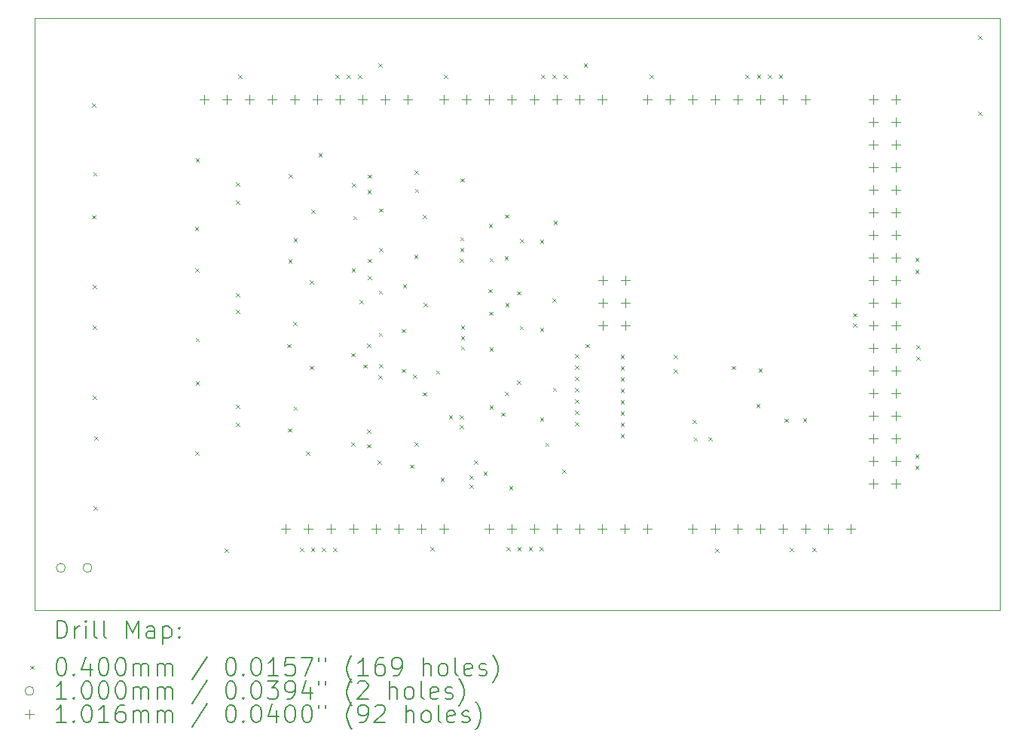
<source format=gbr>
%TF.GenerationSoftware,KiCad,Pcbnew,7.0.7*%
%TF.CreationDate,2024-02-25T13:03:45-05:00*%
%TF.ProjectId,Rover Voltage Sense,526f7665-7220-4566-9f6c-746167652053,rev?*%
%TF.SameCoordinates,Original*%
%TF.FileFunction,Drillmap*%
%TF.FilePolarity,Positive*%
%FSLAX45Y45*%
G04 Gerber Fmt 4.5, Leading zero omitted, Abs format (unit mm)*
G04 Created by KiCad (PCBNEW 7.0.7) date 2024-02-25 13:03:45*
%MOMM*%
%LPD*%
G01*
G04 APERTURE LIST*
%ADD10C,0.100000*%
%ADD11C,0.200000*%
%ADD12C,0.040000*%
%ADD13C,0.101600*%
G04 APERTURE END LIST*
D10*
X3276600Y-1879600D02*
X14122400Y-1879600D01*
X14122400Y-8534400D01*
X3276600Y-8534400D01*
X3276600Y-1879600D01*
D11*
D12*
X3927160Y-2840040D02*
X3967160Y-2880040D01*
X3967160Y-2840040D02*
X3927160Y-2880040D01*
X3927160Y-4097340D02*
X3967160Y-4137340D01*
X3967160Y-4097340D02*
X3927160Y-4137340D01*
X3932240Y-4877120D02*
X3972240Y-4917120D01*
X3972240Y-4877120D02*
X3932240Y-4917120D01*
X3932240Y-5334320D02*
X3972240Y-5374320D01*
X3972240Y-5334320D02*
X3932240Y-5374320D01*
X3934780Y-6124260D02*
X3974780Y-6164260D01*
X3974780Y-6124260D02*
X3934780Y-6164260D01*
X3937320Y-3614740D02*
X3977320Y-3654740D01*
X3977320Y-3614740D02*
X3937320Y-3654740D01*
X3942400Y-7371400D02*
X3982400Y-7411400D01*
X3982400Y-7371400D02*
X3942400Y-7411400D01*
X3947480Y-6584000D02*
X3987480Y-6624000D01*
X3987480Y-6584000D02*
X3947480Y-6624000D01*
X5080320Y-4229420D02*
X5120320Y-4269420D01*
X5120320Y-4229420D02*
X5080320Y-4269420D01*
X5082860Y-4694240D02*
X5122860Y-4734240D01*
X5122860Y-4694240D02*
X5082860Y-4734240D01*
X5085400Y-6751640D02*
X5125400Y-6791640D01*
X5125400Y-6751640D02*
X5085400Y-6791640D01*
X5087940Y-3454720D02*
X5127940Y-3494720D01*
X5127940Y-3454720D02*
X5087940Y-3494720D01*
X5087940Y-5476560D02*
X5127940Y-5516560D01*
X5127940Y-5476560D02*
X5087940Y-5516560D01*
X5087940Y-5964240D02*
X5127940Y-6004240D01*
X5127940Y-5964240D02*
X5087940Y-6004240D01*
X5415600Y-7841300D02*
X5455600Y-7881300D01*
X5455600Y-7841300D02*
X5415600Y-7881300D01*
X5542600Y-3726500D02*
X5582600Y-3766500D01*
X5582600Y-3726500D02*
X5542600Y-3766500D01*
X5542600Y-3929700D02*
X5582600Y-3969700D01*
X5582600Y-3929700D02*
X5542600Y-3969700D01*
X5542600Y-4971100D02*
X5582600Y-5011100D01*
X5582600Y-4971100D02*
X5542600Y-5011100D01*
X5542600Y-5161600D02*
X5582600Y-5201600D01*
X5582600Y-5161600D02*
X5542600Y-5201600D01*
X5542600Y-6228400D02*
X5582600Y-6268400D01*
X5582600Y-6228400D02*
X5542600Y-6268400D01*
X5542600Y-6431600D02*
X5582600Y-6471600D01*
X5582600Y-6431600D02*
X5542600Y-6471600D01*
X5568000Y-2520000D02*
X5608000Y-2560000D01*
X5608000Y-2520000D02*
X5568000Y-2560000D01*
X6120000Y-5545000D02*
X6160000Y-5585000D01*
X6160000Y-5545000D02*
X6120000Y-5585000D01*
X6127500Y-6492500D02*
X6167500Y-6532500D01*
X6167500Y-6492500D02*
X6127500Y-6532500D01*
X6130000Y-4592500D02*
X6170000Y-4632500D01*
X6170000Y-4592500D02*
X6130000Y-4632500D01*
X6137500Y-3637500D02*
X6177500Y-3677500D01*
X6177500Y-3637500D02*
X6137500Y-3677500D01*
X6187500Y-5295000D02*
X6227500Y-5335000D01*
X6227500Y-5295000D02*
X6187500Y-5335000D01*
X6190000Y-4352500D02*
X6230000Y-4392500D01*
X6230000Y-4352500D02*
X6190000Y-4392500D01*
X6190000Y-6247500D02*
X6230000Y-6287500D01*
X6230000Y-6247500D02*
X6190000Y-6287500D01*
X6260000Y-7832500D02*
X6300000Y-7872500D01*
X6300000Y-7832500D02*
X6260000Y-7872500D01*
X6330000Y-6750000D02*
X6370000Y-6790000D01*
X6370000Y-6750000D02*
X6330000Y-6790000D01*
X6370000Y-4830000D02*
X6410000Y-4870000D01*
X6410000Y-4830000D02*
X6370000Y-4870000D01*
X6370000Y-5790000D02*
X6410000Y-5830000D01*
X6410000Y-5790000D02*
X6370000Y-5830000D01*
X6383340Y-7835050D02*
X6423340Y-7875050D01*
X6423340Y-7835050D02*
X6383340Y-7875050D01*
X6390000Y-4030000D02*
X6430000Y-4070000D01*
X6430000Y-4030000D02*
X6390000Y-4070000D01*
X6470000Y-3397500D02*
X6510000Y-3437500D01*
X6510000Y-3397500D02*
X6470000Y-3437500D01*
X6507800Y-7833680D02*
X6547800Y-7873680D01*
X6547800Y-7833680D02*
X6507800Y-7873680D01*
X6634800Y-7836220D02*
X6674800Y-7876220D01*
X6674800Y-7836220D02*
X6634800Y-7876220D01*
X6660200Y-2518150D02*
X6700200Y-2558150D01*
X6700200Y-2518150D02*
X6660200Y-2558150D01*
X6787200Y-2520000D02*
X6827200Y-2560000D01*
X6827200Y-2520000D02*
X6787200Y-2560000D01*
X6838000Y-6650040D02*
X6878000Y-6690040D01*
X6878000Y-6650040D02*
X6838000Y-6690040D01*
X6839000Y-5646740D02*
X6879000Y-5686740D01*
X6879000Y-5646740D02*
X6839000Y-5686740D01*
X6842520Y-4694240D02*
X6882520Y-4734240D01*
X6882520Y-4694240D02*
X6842520Y-4734240D01*
X6846620Y-3739200D02*
X6886620Y-3779200D01*
X6886620Y-3739200D02*
X6846620Y-3779200D01*
X6857500Y-4105000D02*
X6897500Y-4145000D01*
X6897500Y-4105000D02*
X6857500Y-4145000D01*
X6914200Y-2518150D02*
X6954200Y-2558150D01*
X6954200Y-2518150D02*
X6914200Y-2558150D01*
X6930000Y-5050000D02*
X6970000Y-5090000D01*
X6970000Y-5050000D02*
X6930000Y-5090000D01*
X6971818Y-5771818D02*
X7011818Y-5811818D01*
X7011818Y-5771818D02*
X6971818Y-5811818D01*
X7015800Y-5542600D02*
X7055800Y-5582600D01*
X7055800Y-5542600D02*
X7015800Y-5582600D01*
X7015800Y-6507800D02*
X7055800Y-6547800D01*
X7055800Y-6507800D02*
X7015800Y-6547800D01*
X7017500Y-6670000D02*
X7057500Y-6710000D01*
X7057500Y-6670000D02*
X7017500Y-6710000D01*
X7020000Y-3810110D02*
X7060000Y-3850110D01*
X7060000Y-3810110D02*
X7020000Y-3850110D01*
X7022620Y-4587560D02*
X7062620Y-4627560D01*
X7062620Y-4587560D02*
X7022620Y-4627560D01*
X7025000Y-4777500D02*
X7065000Y-4817500D01*
X7065000Y-4777500D02*
X7025000Y-4817500D01*
X7025960Y-3640140D02*
X7065960Y-3680140D01*
X7065960Y-3640140D02*
X7025960Y-3680140D01*
X7135000Y-6852500D02*
X7175000Y-6892500D01*
X7175000Y-6852500D02*
X7135000Y-6892500D01*
X7140000Y-2392500D02*
X7180000Y-2432500D01*
X7180000Y-2392500D02*
X7140000Y-2432500D01*
X7142500Y-5895000D02*
X7182500Y-5935000D01*
X7182500Y-5895000D02*
X7142500Y-5935000D01*
X7147500Y-4942500D02*
X7187500Y-4982500D01*
X7187500Y-4942500D02*
X7147500Y-4982500D01*
X7147500Y-5417500D02*
X7187500Y-5457500D01*
X7187500Y-5417500D02*
X7147500Y-5457500D01*
X7150000Y-4020000D02*
X7190000Y-4060000D01*
X7190000Y-4020000D02*
X7150000Y-4060000D01*
X7150000Y-5767500D02*
X7190000Y-5807500D01*
X7190000Y-5767500D02*
X7150000Y-5807500D01*
X7152500Y-4462500D02*
X7192500Y-4502500D01*
X7192500Y-4462500D02*
X7152500Y-4502500D01*
X7401880Y-5824540D02*
X7441880Y-5864540D01*
X7441880Y-5824540D02*
X7401880Y-5864540D01*
X7402500Y-5375000D02*
X7442500Y-5415000D01*
X7442500Y-5375000D02*
X7402500Y-5415000D01*
X7417120Y-4869500D02*
X7457120Y-4909500D01*
X7457120Y-4869500D02*
X7417120Y-4909500D01*
X7500000Y-6900000D02*
X7540000Y-6940000D01*
X7540000Y-6900000D02*
X7500000Y-6940000D01*
X7530000Y-5887500D02*
X7570000Y-5927500D01*
X7570000Y-5887500D02*
X7530000Y-5927500D01*
X7545000Y-4540000D02*
X7585000Y-4580000D01*
X7585000Y-4540000D02*
X7545000Y-4580000D01*
X7547500Y-3590000D02*
X7587500Y-3630000D01*
X7587500Y-3590000D02*
X7547500Y-3630000D01*
X7549200Y-6647500D02*
X7589200Y-6687500D01*
X7589200Y-6647500D02*
X7549200Y-6687500D01*
X7551740Y-3800160D02*
X7591740Y-3840160D01*
X7591740Y-3800160D02*
X7551740Y-3840160D01*
X7640000Y-4090000D02*
X7680000Y-4130000D01*
X7680000Y-4090000D02*
X7640000Y-4130000D01*
X7640000Y-6085000D02*
X7680000Y-6125000D01*
X7680000Y-6085000D02*
X7640000Y-6125000D01*
X7650000Y-5080000D02*
X7690000Y-5120000D01*
X7690000Y-5080000D02*
X7650000Y-5120000D01*
X7727000Y-7828600D02*
X7767000Y-7868600D01*
X7767000Y-7828600D02*
X7727000Y-7868600D01*
X7790000Y-5840000D02*
X7830000Y-5880000D01*
X7830000Y-5840000D02*
X7790000Y-5880000D01*
X7840000Y-7050000D02*
X7880000Y-7090000D01*
X7880000Y-7050000D02*
X7840000Y-7090000D01*
X7879400Y-2520000D02*
X7919400Y-2560000D01*
X7919400Y-2520000D02*
X7879400Y-2560000D01*
X7935000Y-6345000D02*
X7975000Y-6385000D01*
X7975000Y-6345000D02*
X7935000Y-6385000D01*
X8057200Y-6342700D02*
X8097200Y-6382700D01*
X8097200Y-6342700D02*
X8057200Y-6382700D01*
X8057200Y-6457000D02*
X8097200Y-6497000D01*
X8097200Y-6457000D02*
X8057200Y-6497000D01*
X8057500Y-4585000D02*
X8097500Y-4625000D01*
X8097500Y-4585000D02*
X8057500Y-4625000D01*
X8059740Y-4341180D02*
X8099740Y-4381180D01*
X8099740Y-4341180D02*
X8059740Y-4381180D01*
X8059740Y-4465640D02*
X8099740Y-4505640D01*
X8099740Y-4465640D02*
X8059740Y-4505640D01*
X8062679Y-3682321D02*
X8102679Y-3722321D01*
X8102679Y-3682321D02*
X8062679Y-3722321D01*
X8069900Y-5339400D02*
X8109900Y-5379400D01*
X8109900Y-5339400D02*
X8069900Y-5379400D01*
X8069900Y-5453700D02*
X8109900Y-5493700D01*
X8109900Y-5453700D02*
X8069900Y-5493700D01*
X8070000Y-5570000D02*
X8110000Y-5610000D01*
X8110000Y-5570000D02*
X8070000Y-5610000D01*
X8163880Y-7023420D02*
X8203880Y-7063420D01*
X8203880Y-7023420D02*
X8163880Y-7063420D01*
X8163880Y-7123370D02*
X8203880Y-7163370D01*
X8203880Y-7123370D02*
X8163880Y-7163370D01*
X8220000Y-6855000D02*
X8260000Y-6895000D01*
X8260000Y-6855000D02*
X8220000Y-6895000D01*
X8323900Y-6977700D02*
X8363900Y-7017700D01*
X8363900Y-6977700D02*
X8323900Y-7017700D01*
X8377500Y-4925000D02*
X8417500Y-4965000D01*
X8417500Y-4925000D02*
X8377500Y-4965000D01*
X8383320Y-4191320D02*
X8423320Y-4231320D01*
X8423320Y-4191320D02*
X8383320Y-4231320D01*
X8388400Y-5179380D02*
X8428400Y-5219380D01*
X8428400Y-5179380D02*
X8388400Y-5219380D01*
X8389940Y-6236020D02*
X8429940Y-6276020D01*
X8429940Y-6236020D02*
X8389940Y-6276020D01*
X8390000Y-4580000D02*
X8430000Y-4620000D01*
X8430000Y-4580000D02*
X8390000Y-4620000D01*
X8390000Y-5580000D02*
X8430000Y-5620000D01*
X8430000Y-5580000D02*
X8390000Y-5620000D01*
X8525000Y-6315000D02*
X8565000Y-6355000D01*
X8565000Y-6315000D02*
X8525000Y-6355000D01*
X8560000Y-4560000D02*
X8600000Y-4600000D01*
X8600000Y-4560000D02*
X8560000Y-4600000D01*
X8563420Y-4087180D02*
X8603420Y-4127180D01*
X8603420Y-4087180D02*
X8563420Y-4127180D01*
X8565200Y-6081880D02*
X8605200Y-6121880D01*
X8605200Y-6081880D02*
X8565200Y-6121880D01*
X8568500Y-5080019D02*
X8608500Y-5120019D01*
X8608500Y-5080019D02*
X8568500Y-5120019D01*
X8580000Y-7827500D02*
X8620000Y-7867500D01*
X8620000Y-7827500D02*
X8580000Y-7867500D01*
X8610920Y-7137720D02*
X8650920Y-7177720D01*
X8650920Y-7137720D02*
X8610920Y-7177720D01*
X8697500Y-4952500D02*
X8737500Y-4992500D01*
X8737500Y-4952500D02*
X8697500Y-4992500D01*
X8700000Y-5957500D02*
X8740000Y-5997500D01*
X8740000Y-5957500D02*
X8700000Y-5997500D01*
X8704900Y-7828600D02*
X8744900Y-7868600D01*
X8744900Y-7828600D02*
X8704900Y-7868600D01*
X8730000Y-5340000D02*
X8770000Y-5380000D01*
X8770000Y-5340000D02*
X8730000Y-5380000D01*
X8735000Y-4362500D02*
X8775000Y-4402500D01*
X8775000Y-4362500D02*
X8735000Y-4402500D01*
X8831900Y-7828600D02*
X8871900Y-7868600D01*
X8871900Y-7828600D02*
X8831900Y-7868600D01*
X8953820Y-7828450D02*
X8993820Y-7868450D01*
X8993820Y-7828450D02*
X8953820Y-7868450D01*
X8958900Y-4374200D02*
X8998900Y-4414200D01*
X8998900Y-4374200D02*
X8958900Y-4414200D01*
X8958900Y-5364800D02*
X8998900Y-5404800D01*
X8998900Y-5364800D02*
X8958900Y-5404800D01*
X8958900Y-6368100D02*
X8998900Y-6408100D01*
X8998900Y-6368100D02*
X8958900Y-6408100D01*
X8971600Y-2520000D02*
X9011600Y-2560000D01*
X9011600Y-2520000D02*
X8971600Y-2560000D01*
X9017500Y-6652500D02*
X9057500Y-6692500D01*
X9057500Y-6652500D02*
X9017500Y-6692500D01*
X9095000Y-5032500D02*
X9135000Y-5072500D01*
X9135000Y-5032500D02*
X9095000Y-5072500D01*
X9098600Y-2520000D02*
X9138600Y-2560000D01*
X9138600Y-2520000D02*
X9098600Y-2560000D01*
X9102500Y-6035000D02*
X9142500Y-6075000D01*
X9142500Y-6035000D02*
X9102500Y-6075000D01*
X9110000Y-4157500D02*
X9150000Y-4197500D01*
X9150000Y-4157500D02*
X9110000Y-4197500D01*
X9210000Y-6955000D02*
X9250000Y-6995000D01*
X9250000Y-6955000D02*
X9210000Y-6995000D01*
X9223060Y-2520000D02*
X9263060Y-2560000D01*
X9263060Y-2520000D02*
X9223060Y-2560000D01*
X9352600Y-5656900D02*
X9392600Y-5696900D01*
X9392600Y-5656900D02*
X9352600Y-5696900D01*
X9352600Y-5783900D02*
X9392600Y-5823900D01*
X9392600Y-5783900D02*
X9352600Y-5823900D01*
X9352600Y-5910900D02*
X9392600Y-5950900D01*
X9392600Y-5910900D02*
X9352600Y-5950900D01*
X9352600Y-6037900D02*
X9392600Y-6077900D01*
X9392600Y-6037900D02*
X9352600Y-6077900D01*
X9352600Y-6164900D02*
X9392600Y-6204900D01*
X9392600Y-6164900D02*
X9352600Y-6204900D01*
X9352600Y-6291900D02*
X9392600Y-6331900D01*
X9392600Y-6291900D02*
X9352600Y-6331900D01*
X9352600Y-6418900D02*
X9392600Y-6458900D01*
X9392600Y-6418900D02*
X9352600Y-6458900D01*
X9450000Y-2392500D02*
X9490000Y-2432500D01*
X9490000Y-2392500D02*
X9450000Y-2432500D01*
X9469616Y-5543094D02*
X9509616Y-5583094D01*
X9509616Y-5543094D02*
X9469616Y-5583094D01*
X9863140Y-5664520D02*
X9903140Y-5704520D01*
X9903140Y-5664520D02*
X9863140Y-5704520D01*
X9863140Y-5791520D02*
X9903140Y-5831520D01*
X9903140Y-5791520D02*
X9863140Y-5831520D01*
X9863140Y-5918520D02*
X9903140Y-5958520D01*
X9903140Y-5918520D02*
X9863140Y-5958520D01*
X9863140Y-6048060D02*
X9903140Y-6088060D01*
X9903140Y-6048060D02*
X9863140Y-6088060D01*
X9863140Y-6175060D02*
X9903140Y-6215060D01*
X9903140Y-6175060D02*
X9863140Y-6215060D01*
X9863140Y-6299520D02*
X9903140Y-6339520D01*
X9903140Y-6299520D02*
X9863140Y-6339520D01*
X9863140Y-6429060D02*
X9903140Y-6469060D01*
X9903140Y-6429060D02*
X9863140Y-6469060D01*
X9863140Y-6556060D02*
X9903140Y-6596060D01*
X9903140Y-6556060D02*
X9863140Y-6596060D01*
X10190800Y-2520000D02*
X10230800Y-2560000D01*
X10230800Y-2520000D02*
X10190800Y-2560000D01*
X10460040Y-5664520D02*
X10500040Y-5704520D01*
X10500040Y-5664520D02*
X10460040Y-5704520D01*
X10460040Y-5829620D02*
X10500040Y-5869620D01*
X10500040Y-5829620D02*
X10460040Y-5869620D01*
X10675000Y-6392500D02*
X10715000Y-6432500D01*
X10715000Y-6392500D02*
X10675000Y-6432500D01*
X10685000Y-6595000D02*
X10725000Y-6635000D01*
X10725000Y-6595000D02*
X10685000Y-6635000D01*
X10849780Y-6589890D02*
X10889780Y-6629890D01*
X10889780Y-6589890D02*
X10849780Y-6629890D01*
X10927400Y-7841300D02*
X10967400Y-7881300D01*
X10967400Y-7841300D02*
X10927400Y-7881300D01*
X11115580Y-5790390D02*
X11155580Y-5830390D01*
X11155580Y-5790390D02*
X11115580Y-5830390D01*
X11267760Y-2517460D02*
X11307760Y-2557460D01*
X11307760Y-2517460D02*
X11267760Y-2557460D01*
X11388260Y-6219050D02*
X11428260Y-6259050D01*
X11428260Y-6219050D02*
X11388260Y-6259050D01*
X11397300Y-2520000D02*
X11437300Y-2560000D01*
X11437300Y-2520000D02*
X11397300Y-2560000D01*
X11413080Y-5820390D02*
X11453080Y-5860390D01*
X11453080Y-5820390D02*
X11413080Y-5860390D01*
X11519220Y-2517460D02*
X11559220Y-2557460D01*
X11559220Y-2517460D02*
X11519220Y-2557460D01*
X11642500Y-2520000D02*
X11682500Y-2560000D01*
X11682500Y-2520000D02*
X11642500Y-2560000D01*
X11705000Y-6382500D02*
X11745000Y-6422500D01*
X11745000Y-6382500D02*
X11705000Y-6422500D01*
X11767500Y-7832500D02*
X11807500Y-7872500D01*
X11807500Y-7832500D02*
X11767500Y-7872500D01*
X11913020Y-6379540D02*
X11953020Y-6419540D01*
X11953020Y-6379540D02*
X11913020Y-6419540D01*
X12019600Y-7836220D02*
X12059600Y-7876220D01*
X12059600Y-7836220D02*
X12019600Y-7876220D01*
X12474260Y-5197160D02*
X12514260Y-5237160D01*
X12514260Y-5197160D02*
X12474260Y-5237160D01*
X12476800Y-5311460D02*
X12516800Y-5351460D01*
X12516800Y-5311460D02*
X12476800Y-5351460D01*
X13175000Y-4707500D02*
X13215000Y-4747500D01*
X13215000Y-4707500D02*
X13175000Y-4747500D01*
X13175300Y-4577400D02*
X13215300Y-4617400D01*
X13215300Y-4577400D02*
X13175300Y-4617400D01*
X13175300Y-6787200D02*
X13215300Y-6827200D01*
X13215300Y-6787200D02*
X13175300Y-6827200D01*
X13175300Y-6914200D02*
X13215300Y-6954200D01*
X13215300Y-6914200D02*
X13175300Y-6954200D01*
X13187500Y-5685000D02*
X13227500Y-5725000D01*
X13227500Y-5685000D02*
X13187500Y-5725000D01*
X13188000Y-5555300D02*
X13228000Y-5595300D01*
X13228000Y-5555300D02*
X13188000Y-5595300D01*
X13880000Y-2080000D02*
X13920000Y-2120000D01*
X13920000Y-2080000D02*
X13880000Y-2120000D01*
X13880000Y-2930000D02*
X13920000Y-2970000D01*
X13920000Y-2930000D02*
X13880000Y-2970000D01*
D10*
X3624000Y-8060000D02*
G75*
G03*
X3624000Y-8060000I-50000J0D01*
G01*
X3924000Y-8060000D02*
G75*
G03*
X3924000Y-8060000I-50000J0D01*
G01*
D13*
X5181600Y-2743200D02*
X5181600Y-2844800D01*
X5130800Y-2794000D02*
X5232400Y-2794000D01*
X5435600Y-2743200D02*
X5435600Y-2844800D01*
X5384800Y-2794000D02*
X5486400Y-2794000D01*
X5689600Y-2743200D02*
X5689600Y-2844800D01*
X5638800Y-2794000D02*
X5740400Y-2794000D01*
X5943600Y-2743200D02*
X5943600Y-2844800D01*
X5892800Y-2794000D02*
X5994400Y-2794000D01*
X6096000Y-7569200D02*
X6096000Y-7670800D01*
X6045200Y-7620000D02*
X6146800Y-7620000D01*
X6197600Y-2743200D02*
X6197600Y-2844800D01*
X6146800Y-2794000D02*
X6248400Y-2794000D01*
X6350000Y-7569200D02*
X6350000Y-7670800D01*
X6299200Y-7620000D02*
X6400800Y-7620000D01*
X6451600Y-2743200D02*
X6451600Y-2844800D01*
X6400800Y-2794000D02*
X6502400Y-2794000D01*
X6604000Y-7569200D02*
X6604000Y-7670800D01*
X6553200Y-7620000D02*
X6654800Y-7620000D01*
X6705600Y-2743200D02*
X6705600Y-2844800D01*
X6654800Y-2794000D02*
X6756400Y-2794000D01*
X6858000Y-7569200D02*
X6858000Y-7670800D01*
X6807200Y-7620000D02*
X6908800Y-7620000D01*
X6959600Y-2743200D02*
X6959600Y-2844800D01*
X6908800Y-2794000D02*
X7010400Y-2794000D01*
X7112000Y-7569200D02*
X7112000Y-7670800D01*
X7061200Y-7620000D02*
X7162800Y-7620000D01*
X7213600Y-2743200D02*
X7213600Y-2844800D01*
X7162800Y-2794000D02*
X7264400Y-2794000D01*
X7366000Y-7569200D02*
X7366000Y-7670800D01*
X7315200Y-7620000D02*
X7416800Y-7620000D01*
X7467600Y-2743200D02*
X7467600Y-2844800D01*
X7416800Y-2794000D02*
X7518400Y-2794000D01*
X7620000Y-7569200D02*
X7620000Y-7670800D01*
X7569200Y-7620000D02*
X7670800Y-7620000D01*
X7874000Y-2743200D02*
X7874000Y-2844800D01*
X7823200Y-2794000D02*
X7924800Y-2794000D01*
X7874000Y-7569200D02*
X7874000Y-7670800D01*
X7823200Y-7620000D02*
X7924800Y-7620000D01*
X8128000Y-2743200D02*
X8128000Y-2844800D01*
X8077200Y-2794000D02*
X8178800Y-2794000D01*
X8382000Y-2743200D02*
X8382000Y-2844800D01*
X8331200Y-2794000D02*
X8432800Y-2794000D01*
X8382000Y-7569200D02*
X8382000Y-7670800D01*
X8331200Y-7620000D02*
X8432800Y-7620000D01*
X8636000Y-2743200D02*
X8636000Y-2844800D01*
X8585200Y-2794000D02*
X8686800Y-2794000D01*
X8636000Y-7569200D02*
X8636000Y-7670800D01*
X8585200Y-7620000D02*
X8686800Y-7620000D01*
X8890000Y-2743200D02*
X8890000Y-2844800D01*
X8839200Y-2794000D02*
X8940800Y-2794000D01*
X8890000Y-7569200D02*
X8890000Y-7670800D01*
X8839200Y-7620000D02*
X8940800Y-7620000D01*
X9144000Y-2743200D02*
X9144000Y-2844800D01*
X9093200Y-2794000D02*
X9194800Y-2794000D01*
X9144000Y-7569200D02*
X9144000Y-7670800D01*
X9093200Y-7620000D02*
X9194800Y-7620000D01*
X9398000Y-2743200D02*
X9398000Y-2844800D01*
X9347200Y-2794000D02*
X9448800Y-2794000D01*
X9398000Y-7569200D02*
X9398000Y-7670800D01*
X9347200Y-7620000D02*
X9448800Y-7620000D01*
X9652000Y-2743200D02*
X9652000Y-2844800D01*
X9601200Y-2794000D02*
X9702800Y-2794000D01*
X9652000Y-7569200D02*
X9652000Y-7670800D01*
X9601200Y-7620000D02*
X9702800Y-7620000D01*
X9664700Y-4775200D02*
X9664700Y-4876800D01*
X9613900Y-4826000D02*
X9715500Y-4826000D01*
X9664700Y-5029200D02*
X9664700Y-5130800D01*
X9613900Y-5080000D02*
X9715500Y-5080000D01*
X9664700Y-5283200D02*
X9664700Y-5384800D01*
X9613900Y-5334000D02*
X9715500Y-5334000D01*
X9906000Y-7569200D02*
X9906000Y-7670800D01*
X9855200Y-7620000D02*
X9956800Y-7620000D01*
X9918700Y-4775200D02*
X9918700Y-4876800D01*
X9867900Y-4826000D02*
X9969500Y-4826000D01*
X9918700Y-5029200D02*
X9918700Y-5130800D01*
X9867900Y-5080000D02*
X9969500Y-5080000D01*
X9918700Y-5283200D02*
X9918700Y-5384800D01*
X9867900Y-5334000D02*
X9969500Y-5334000D01*
X10160000Y-2743200D02*
X10160000Y-2844800D01*
X10109200Y-2794000D02*
X10210800Y-2794000D01*
X10160000Y-7569200D02*
X10160000Y-7670800D01*
X10109200Y-7620000D02*
X10210800Y-7620000D01*
X10414000Y-2743200D02*
X10414000Y-2844800D01*
X10363200Y-2794000D02*
X10464800Y-2794000D01*
X10668000Y-2743200D02*
X10668000Y-2844800D01*
X10617200Y-2794000D02*
X10718800Y-2794000D01*
X10668000Y-7569200D02*
X10668000Y-7670800D01*
X10617200Y-7620000D02*
X10718800Y-7620000D01*
X10922000Y-2743200D02*
X10922000Y-2844800D01*
X10871200Y-2794000D02*
X10972800Y-2794000D01*
X10922000Y-7569200D02*
X10922000Y-7670800D01*
X10871200Y-7620000D02*
X10972800Y-7620000D01*
X11176000Y-2743200D02*
X11176000Y-2844800D01*
X11125200Y-2794000D02*
X11226800Y-2794000D01*
X11176000Y-7569200D02*
X11176000Y-7670800D01*
X11125200Y-7620000D02*
X11226800Y-7620000D01*
X11430000Y-2743200D02*
X11430000Y-2844800D01*
X11379200Y-2794000D02*
X11480800Y-2794000D01*
X11430000Y-7569200D02*
X11430000Y-7670800D01*
X11379200Y-7620000D02*
X11480800Y-7620000D01*
X11684000Y-2743200D02*
X11684000Y-2844800D01*
X11633200Y-2794000D02*
X11734800Y-2794000D01*
X11684000Y-7569200D02*
X11684000Y-7670800D01*
X11633200Y-7620000D02*
X11734800Y-7620000D01*
X11938000Y-2743200D02*
X11938000Y-2844800D01*
X11887200Y-2794000D02*
X11988800Y-2794000D01*
X11938000Y-7569200D02*
X11938000Y-7670800D01*
X11887200Y-7620000D02*
X11988800Y-7620000D01*
X12192000Y-7569200D02*
X12192000Y-7670800D01*
X12141200Y-7620000D02*
X12242800Y-7620000D01*
X12446000Y-7569200D02*
X12446000Y-7670800D01*
X12395200Y-7620000D02*
X12496800Y-7620000D01*
X12700000Y-2743200D02*
X12700000Y-2844800D01*
X12649200Y-2794000D02*
X12750800Y-2794000D01*
X12700000Y-2997200D02*
X12700000Y-3098800D01*
X12649200Y-3048000D02*
X12750800Y-3048000D01*
X12700000Y-3251200D02*
X12700000Y-3352800D01*
X12649200Y-3302000D02*
X12750800Y-3302000D01*
X12700000Y-3505200D02*
X12700000Y-3606800D01*
X12649200Y-3556000D02*
X12750800Y-3556000D01*
X12700000Y-3759200D02*
X12700000Y-3860800D01*
X12649200Y-3810000D02*
X12750800Y-3810000D01*
X12700000Y-4013200D02*
X12700000Y-4114800D01*
X12649200Y-4064000D02*
X12750800Y-4064000D01*
X12700000Y-4267200D02*
X12700000Y-4368800D01*
X12649200Y-4318000D02*
X12750800Y-4318000D01*
X12700000Y-4521200D02*
X12700000Y-4622800D01*
X12649200Y-4572000D02*
X12750800Y-4572000D01*
X12700000Y-4775200D02*
X12700000Y-4876800D01*
X12649200Y-4826000D02*
X12750800Y-4826000D01*
X12700000Y-5029200D02*
X12700000Y-5130800D01*
X12649200Y-5080000D02*
X12750800Y-5080000D01*
X12700000Y-5283200D02*
X12700000Y-5384800D01*
X12649200Y-5334000D02*
X12750800Y-5334000D01*
X12700000Y-5537200D02*
X12700000Y-5638800D01*
X12649200Y-5588000D02*
X12750800Y-5588000D01*
X12700000Y-5791200D02*
X12700000Y-5892800D01*
X12649200Y-5842000D02*
X12750800Y-5842000D01*
X12700000Y-6045200D02*
X12700000Y-6146800D01*
X12649200Y-6096000D02*
X12750800Y-6096000D01*
X12700000Y-6299200D02*
X12700000Y-6400800D01*
X12649200Y-6350000D02*
X12750800Y-6350000D01*
X12700000Y-6553200D02*
X12700000Y-6654800D01*
X12649200Y-6604000D02*
X12750800Y-6604000D01*
X12700000Y-6807200D02*
X12700000Y-6908800D01*
X12649200Y-6858000D02*
X12750800Y-6858000D01*
X12700000Y-7061200D02*
X12700000Y-7162800D01*
X12649200Y-7112000D02*
X12750800Y-7112000D01*
X12954000Y-2743200D02*
X12954000Y-2844800D01*
X12903200Y-2794000D02*
X13004800Y-2794000D01*
X12954000Y-2997200D02*
X12954000Y-3098800D01*
X12903200Y-3048000D02*
X13004800Y-3048000D01*
X12954000Y-3251200D02*
X12954000Y-3352800D01*
X12903200Y-3302000D02*
X13004800Y-3302000D01*
X12954000Y-3505200D02*
X12954000Y-3606800D01*
X12903200Y-3556000D02*
X13004800Y-3556000D01*
X12954000Y-3759200D02*
X12954000Y-3860800D01*
X12903200Y-3810000D02*
X13004800Y-3810000D01*
X12954000Y-4013200D02*
X12954000Y-4114800D01*
X12903200Y-4064000D02*
X13004800Y-4064000D01*
X12954000Y-4267200D02*
X12954000Y-4368800D01*
X12903200Y-4318000D02*
X13004800Y-4318000D01*
X12954000Y-4521200D02*
X12954000Y-4622800D01*
X12903200Y-4572000D02*
X13004800Y-4572000D01*
X12954000Y-4775200D02*
X12954000Y-4876800D01*
X12903200Y-4826000D02*
X13004800Y-4826000D01*
X12954000Y-5029200D02*
X12954000Y-5130800D01*
X12903200Y-5080000D02*
X13004800Y-5080000D01*
X12954000Y-5283200D02*
X12954000Y-5384800D01*
X12903200Y-5334000D02*
X13004800Y-5334000D01*
X12954000Y-5537200D02*
X12954000Y-5638800D01*
X12903200Y-5588000D02*
X13004800Y-5588000D01*
X12954000Y-5791200D02*
X12954000Y-5892800D01*
X12903200Y-5842000D02*
X13004800Y-5842000D01*
X12954000Y-6045200D02*
X12954000Y-6146800D01*
X12903200Y-6096000D02*
X13004800Y-6096000D01*
X12954000Y-6299200D02*
X12954000Y-6400800D01*
X12903200Y-6350000D02*
X13004800Y-6350000D01*
X12954000Y-6553200D02*
X12954000Y-6654800D01*
X12903200Y-6604000D02*
X13004800Y-6604000D01*
X12954000Y-6807200D02*
X12954000Y-6908800D01*
X12903200Y-6858000D02*
X13004800Y-6858000D01*
X12954000Y-7061200D02*
X12954000Y-7162800D01*
X12903200Y-7112000D02*
X13004800Y-7112000D01*
D11*
X3532377Y-8850884D02*
X3532377Y-8650884D01*
X3532377Y-8650884D02*
X3579996Y-8650884D01*
X3579996Y-8650884D02*
X3608567Y-8660408D01*
X3608567Y-8660408D02*
X3627615Y-8679455D01*
X3627615Y-8679455D02*
X3637139Y-8698503D01*
X3637139Y-8698503D02*
X3646662Y-8736598D01*
X3646662Y-8736598D02*
X3646662Y-8765170D01*
X3646662Y-8765170D02*
X3637139Y-8803265D01*
X3637139Y-8803265D02*
X3627615Y-8822312D01*
X3627615Y-8822312D02*
X3608567Y-8841360D01*
X3608567Y-8841360D02*
X3579996Y-8850884D01*
X3579996Y-8850884D02*
X3532377Y-8850884D01*
X3732377Y-8850884D02*
X3732377Y-8717550D01*
X3732377Y-8755646D02*
X3741901Y-8736598D01*
X3741901Y-8736598D02*
X3751424Y-8727074D01*
X3751424Y-8727074D02*
X3770472Y-8717550D01*
X3770472Y-8717550D02*
X3789520Y-8717550D01*
X3856186Y-8850884D02*
X3856186Y-8717550D01*
X3856186Y-8650884D02*
X3846662Y-8660408D01*
X3846662Y-8660408D02*
X3856186Y-8669931D01*
X3856186Y-8669931D02*
X3865710Y-8660408D01*
X3865710Y-8660408D02*
X3856186Y-8650884D01*
X3856186Y-8650884D02*
X3856186Y-8669931D01*
X3979996Y-8850884D02*
X3960948Y-8841360D01*
X3960948Y-8841360D02*
X3951424Y-8822312D01*
X3951424Y-8822312D02*
X3951424Y-8650884D01*
X4084758Y-8850884D02*
X4065710Y-8841360D01*
X4065710Y-8841360D02*
X4056186Y-8822312D01*
X4056186Y-8822312D02*
X4056186Y-8650884D01*
X4313329Y-8850884D02*
X4313329Y-8650884D01*
X4313329Y-8650884D02*
X4379996Y-8793741D01*
X4379996Y-8793741D02*
X4446663Y-8650884D01*
X4446663Y-8650884D02*
X4446663Y-8850884D01*
X4627615Y-8850884D02*
X4627615Y-8746122D01*
X4627615Y-8746122D02*
X4618091Y-8727074D01*
X4618091Y-8727074D02*
X4599044Y-8717550D01*
X4599044Y-8717550D02*
X4560948Y-8717550D01*
X4560948Y-8717550D02*
X4541901Y-8727074D01*
X4627615Y-8841360D02*
X4608567Y-8850884D01*
X4608567Y-8850884D02*
X4560948Y-8850884D01*
X4560948Y-8850884D02*
X4541901Y-8841360D01*
X4541901Y-8841360D02*
X4532377Y-8822312D01*
X4532377Y-8822312D02*
X4532377Y-8803265D01*
X4532377Y-8803265D02*
X4541901Y-8784217D01*
X4541901Y-8784217D02*
X4560948Y-8774693D01*
X4560948Y-8774693D02*
X4608567Y-8774693D01*
X4608567Y-8774693D02*
X4627615Y-8765170D01*
X4722853Y-8717550D02*
X4722853Y-8917550D01*
X4722853Y-8727074D02*
X4741901Y-8717550D01*
X4741901Y-8717550D02*
X4779996Y-8717550D01*
X4779996Y-8717550D02*
X4799044Y-8727074D01*
X4799044Y-8727074D02*
X4808567Y-8736598D01*
X4808567Y-8736598D02*
X4818091Y-8755646D01*
X4818091Y-8755646D02*
X4818091Y-8812789D01*
X4818091Y-8812789D02*
X4808567Y-8831836D01*
X4808567Y-8831836D02*
X4799044Y-8841360D01*
X4799044Y-8841360D02*
X4779996Y-8850884D01*
X4779996Y-8850884D02*
X4741901Y-8850884D01*
X4741901Y-8850884D02*
X4722853Y-8841360D01*
X4903805Y-8831836D02*
X4913329Y-8841360D01*
X4913329Y-8841360D02*
X4903805Y-8850884D01*
X4903805Y-8850884D02*
X4894282Y-8841360D01*
X4894282Y-8841360D02*
X4903805Y-8831836D01*
X4903805Y-8831836D02*
X4903805Y-8850884D01*
X4903805Y-8727074D02*
X4913329Y-8736598D01*
X4913329Y-8736598D02*
X4903805Y-8746122D01*
X4903805Y-8746122D02*
X4894282Y-8736598D01*
X4894282Y-8736598D02*
X4903805Y-8727074D01*
X4903805Y-8727074D02*
X4903805Y-8746122D01*
D12*
X3231600Y-9159400D02*
X3271600Y-9199400D01*
X3271600Y-9159400D02*
X3231600Y-9199400D01*
D11*
X3570472Y-9070884D02*
X3589520Y-9070884D01*
X3589520Y-9070884D02*
X3608567Y-9080408D01*
X3608567Y-9080408D02*
X3618091Y-9089931D01*
X3618091Y-9089931D02*
X3627615Y-9108979D01*
X3627615Y-9108979D02*
X3637139Y-9147074D01*
X3637139Y-9147074D02*
X3637139Y-9194693D01*
X3637139Y-9194693D02*
X3627615Y-9232789D01*
X3627615Y-9232789D02*
X3618091Y-9251836D01*
X3618091Y-9251836D02*
X3608567Y-9261360D01*
X3608567Y-9261360D02*
X3589520Y-9270884D01*
X3589520Y-9270884D02*
X3570472Y-9270884D01*
X3570472Y-9270884D02*
X3551424Y-9261360D01*
X3551424Y-9261360D02*
X3541901Y-9251836D01*
X3541901Y-9251836D02*
X3532377Y-9232789D01*
X3532377Y-9232789D02*
X3522853Y-9194693D01*
X3522853Y-9194693D02*
X3522853Y-9147074D01*
X3522853Y-9147074D02*
X3532377Y-9108979D01*
X3532377Y-9108979D02*
X3541901Y-9089931D01*
X3541901Y-9089931D02*
X3551424Y-9080408D01*
X3551424Y-9080408D02*
X3570472Y-9070884D01*
X3722853Y-9251836D02*
X3732377Y-9261360D01*
X3732377Y-9261360D02*
X3722853Y-9270884D01*
X3722853Y-9270884D02*
X3713329Y-9261360D01*
X3713329Y-9261360D02*
X3722853Y-9251836D01*
X3722853Y-9251836D02*
X3722853Y-9270884D01*
X3903805Y-9137550D02*
X3903805Y-9270884D01*
X3856186Y-9061360D02*
X3808567Y-9204217D01*
X3808567Y-9204217D02*
X3932377Y-9204217D01*
X4046662Y-9070884D02*
X4065710Y-9070884D01*
X4065710Y-9070884D02*
X4084758Y-9080408D01*
X4084758Y-9080408D02*
X4094282Y-9089931D01*
X4094282Y-9089931D02*
X4103805Y-9108979D01*
X4103805Y-9108979D02*
X4113329Y-9147074D01*
X4113329Y-9147074D02*
X4113329Y-9194693D01*
X4113329Y-9194693D02*
X4103805Y-9232789D01*
X4103805Y-9232789D02*
X4094282Y-9251836D01*
X4094282Y-9251836D02*
X4084758Y-9261360D01*
X4084758Y-9261360D02*
X4065710Y-9270884D01*
X4065710Y-9270884D02*
X4046662Y-9270884D01*
X4046662Y-9270884D02*
X4027615Y-9261360D01*
X4027615Y-9261360D02*
X4018091Y-9251836D01*
X4018091Y-9251836D02*
X4008567Y-9232789D01*
X4008567Y-9232789D02*
X3999043Y-9194693D01*
X3999043Y-9194693D02*
X3999043Y-9147074D01*
X3999043Y-9147074D02*
X4008567Y-9108979D01*
X4008567Y-9108979D02*
X4018091Y-9089931D01*
X4018091Y-9089931D02*
X4027615Y-9080408D01*
X4027615Y-9080408D02*
X4046662Y-9070884D01*
X4237139Y-9070884D02*
X4256186Y-9070884D01*
X4256186Y-9070884D02*
X4275234Y-9080408D01*
X4275234Y-9080408D02*
X4284758Y-9089931D01*
X4284758Y-9089931D02*
X4294282Y-9108979D01*
X4294282Y-9108979D02*
X4303805Y-9147074D01*
X4303805Y-9147074D02*
X4303805Y-9194693D01*
X4303805Y-9194693D02*
X4294282Y-9232789D01*
X4294282Y-9232789D02*
X4284758Y-9251836D01*
X4284758Y-9251836D02*
X4275234Y-9261360D01*
X4275234Y-9261360D02*
X4256186Y-9270884D01*
X4256186Y-9270884D02*
X4237139Y-9270884D01*
X4237139Y-9270884D02*
X4218091Y-9261360D01*
X4218091Y-9261360D02*
X4208567Y-9251836D01*
X4208567Y-9251836D02*
X4199044Y-9232789D01*
X4199044Y-9232789D02*
X4189520Y-9194693D01*
X4189520Y-9194693D02*
X4189520Y-9147074D01*
X4189520Y-9147074D02*
X4199044Y-9108979D01*
X4199044Y-9108979D02*
X4208567Y-9089931D01*
X4208567Y-9089931D02*
X4218091Y-9080408D01*
X4218091Y-9080408D02*
X4237139Y-9070884D01*
X4389520Y-9270884D02*
X4389520Y-9137550D01*
X4389520Y-9156598D02*
X4399044Y-9147074D01*
X4399044Y-9147074D02*
X4418091Y-9137550D01*
X4418091Y-9137550D02*
X4446663Y-9137550D01*
X4446663Y-9137550D02*
X4465710Y-9147074D01*
X4465710Y-9147074D02*
X4475234Y-9166122D01*
X4475234Y-9166122D02*
X4475234Y-9270884D01*
X4475234Y-9166122D02*
X4484758Y-9147074D01*
X4484758Y-9147074D02*
X4503805Y-9137550D01*
X4503805Y-9137550D02*
X4532377Y-9137550D01*
X4532377Y-9137550D02*
X4551425Y-9147074D01*
X4551425Y-9147074D02*
X4560948Y-9166122D01*
X4560948Y-9166122D02*
X4560948Y-9270884D01*
X4656186Y-9270884D02*
X4656186Y-9137550D01*
X4656186Y-9156598D02*
X4665710Y-9147074D01*
X4665710Y-9147074D02*
X4684758Y-9137550D01*
X4684758Y-9137550D02*
X4713329Y-9137550D01*
X4713329Y-9137550D02*
X4732377Y-9147074D01*
X4732377Y-9147074D02*
X4741901Y-9166122D01*
X4741901Y-9166122D02*
X4741901Y-9270884D01*
X4741901Y-9166122D02*
X4751425Y-9147074D01*
X4751425Y-9147074D02*
X4770472Y-9137550D01*
X4770472Y-9137550D02*
X4799044Y-9137550D01*
X4799044Y-9137550D02*
X4818091Y-9147074D01*
X4818091Y-9147074D02*
X4827615Y-9166122D01*
X4827615Y-9166122D02*
X4827615Y-9270884D01*
X5218091Y-9061360D02*
X5046663Y-9318503D01*
X5475234Y-9070884D02*
X5494282Y-9070884D01*
X5494282Y-9070884D02*
X5513329Y-9080408D01*
X5513329Y-9080408D02*
X5522853Y-9089931D01*
X5522853Y-9089931D02*
X5532377Y-9108979D01*
X5532377Y-9108979D02*
X5541901Y-9147074D01*
X5541901Y-9147074D02*
X5541901Y-9194693D01*
X5541901Y-9194693D02*
X5532377Y-9232789D01*
X5532377Y-9232789D02*
X5522853Y-9251836D01*
X5522853Y-9251836D02*
X5513329Y-9261360D01*
X5513329Y-9261360D02*
X5494282Y-9270884D01*
X5494282Y-9270884D02*
X5475234Y-9270884D01*
X5475234Y-9270884D02*
X5456187Y-9261360D01*
X5456187Y-9261360D02*
X5446663Y-9251836D01*
X5446663Y-9251836D02*
X5437139Y-9232789D01*
X5437139Y-9232789D02*
X5427615Y-9194693D01*
X5427615Y-9194693D02*
X5427615Y-9147074D01*
X5427615Y-9147074D02*
X5437139Y-9108979D01*
X5437139Y-9108979D02*
X5446663Y-9089931D01*
X5446663Y-9089931D02*
X5456187Y-9080408D01*
X5456187Y-9080408D02*
X5475234Y-9070884D01*
X5627615Y-9251836D02*
X5637139Y-9261360D01*
X5637139Y-9261360D02*
X5627615Y-9270884D01*
X5627615Y-9270884D02*
X5618091Y-9261360D01*
X5618091Y-9261360D02*
X5627615Y-9251836D01*
X5627615Y-9251836D02*
X5627615Y-9270884D01*
X5760948Y-9070884D02*
X5779996Y-9070884D01*
X5779996Y-9070884D02*
X5799044Y-9080408D01*
X5799044Y-9080408D02*
X5808567Y-9089931D01*
X5808567Y-9089931D02*
X5818091Y-9108979D01*
X5818091Y-9108979D02*
X5827615Y-9147074D01*
X5827615Y-9147074D02*
X5827615Y-9194693D01*
X5827615Y-9194693D02*
X5818091Y-9232789D01*
X5818091Y-9232789D02*
X5808567Y-9251836D01*
X5808567Y-9251836D02*
X5799044Y-9261360D01*
X5799044Y-9261360D02*
X5779996Y-9270884D01*
X5779996Y-9270884D02*
X5760948Y-9270884D01*
X5760948Y-9270884D02*
X5741901Y-9261360D01*
X5741901Y-9261360D02*
X5732377Y-9251836D01*
X5732377Y-9251836D02*
X5722853Y-9232789D01*
X5722853Y-9232789D02*
X5713329Y-9194693D01*
X5713329Y-9194693D02*
X5713329Y-9147074D01*
X5713329Y-9147074D02*
X5722853Y-9108979D01*
X5722853Y-9108979D02*
X5732377Y-9089931D01*
X5732377Y-9089931D02*
X5741901Y-9080408D01*
X5741901Y-9080408D02*
X5760948Y-9070884D01*
X6018091Y-9270884D02*
X5903806Y-9270884D01*
X5960948Y-9270884D02*
X5960948Y-9070884D01*
X5960948Y-9070884D02*
X5941901Y-9099455D01*
X5941901Y-9099455D02*
X5922853Y-9118503D01*
X5922853Y-9118503D02*
X5903806Y-9128027D01*
X6199044Y-9070884D02*
X6103806Y-9070884D01*
X6103806Y-9070884D02*
X6094282Y-9166122D01*
X6094282Y-9166122D02*
X6103806Y-9156598D01*
X6103806Y-9156598D02*
X6122853Y-9147074D01*
X6122853Y-9147074D02*
X6170472Y-9147074D01*
X6170472Y-9147074D02*
X6189520Y-9156598D01*
X6189520Y-9156598D02*
X6199044Y-9166122D01*
X6199044Y-9166122D02*
X6208567Y-9185170D01*
X6208567Y-9185170D02*
X6208567Y-9232789D01*
X6208567Y-9232789D02*
X6199044Y-9251836D01*
X6199044Y-9251836D02*
X6189520Y-9261360D01*
X6189520Y-9261360D02*
X6170472Y-9270884D01*
X6170472Y-9270884D02*
X6122853Y-9270884D01*
X6122853Y-9270884D02*
X6103806Y-9261360D01*
X6103806Y-9261360D02*
X6094282Y-9251836D01*
X6275234Y-9070884D02*
X6408567Y-9070884D01*
X6408567Y-9070884D02*
X6322853Y-9270884D01*
X6475234Y-9070884D02*
X6475234Y-9108979D01*
X6551425Y-9070884D02*
X6551425Y-9108979D01*
X6846663Y-9347074D02*
X6837139Y-9337550D01*
X6837139Y-9337550D02*
X6818091Y-9308979D01*
X6818091Y-9308979D02*
X6808568Y-9289931D01*
X6808568Y-9289931D02*
X6799044Y-9261360D01*
X6799044Y-9261360D02*
X6789520Y-9213741D01*
X6789520Y-9213741D02*
X6789520Y-9175646D01*
X6789520Y-9175646D02*
X6799044Y-9128027D01*
X6799044Y-9128027D02*
X6808568Y-9099455D01*
X6808568Y-9099455D02*
X6818091Y-9080408D01*
X6818091Y-9080408D02*
X6837139Y-9051836D01*
X6837139Y-9051836D02*
X6846663Y-9042312D01*
X7027615Y-9270884D02*
X6913329Y-9270884D01*
X6970472Y-9270884D02*
X6970472Y-9070884D01*
X6970472Y-9070884D02*
X6951425Y-9099455D01*
X6951425Y-9099455D02*
X6932377Y-9118503D01*
X6932377Y-9118503D02*
X6913329Y-9128027D01*
X7199044Y-9070884D02*
X7160948Y-9070884D01*
X7160948Y-9070884D02*
X7141901Y-9080408D01*
X7141901Y-9080408D02*
X7132377Y-9089931D01*
X7132377Y-9089931D02*
X7113329Y-9118503D01*
X7113329Y-9118503D02*
X7103806Y-9156598D01*
X7103806Y-9156598D02*
X7103806Y-9232789D01*
X7103806Y-9232789D02*
X7113329Y-9251836D01*
X7113329Y-9251836D02*
X7122853Y-9261360D01*
X7122853Y-9261360D02*
X7141901Y-9270884D01*
X7141901Y-9270884D02*
X7179996Y-9270884D01*
X7179996Y-9270884D02*
X7199044Y-9261360D01*
X7199044Y-9261360D02*
X7208568Y-9251836D01*
X7208568Y-9251836D02*
X7218091Y-9232789D01*
X7218091Y-9232789D02*
X7218091Y-9185170D01*
X7218091Y-9185170D02*
X7208568Y-9166122D01*
X7208568Y-9166122D02*
X7199044Y-9156598D01*
X7199044Y-9156598D02*
X7179996Y-9147074D01*
X7179996Y-9147074D02*
X7141901Y-9147074D01*
X7141901Y-9147074D02*
X7122853Y-9156598D01*
X7122853Y-9156598D02*
X7113329Y-9166122D01*
X7113329Y-9166122D02*
X7103806Y-9185170D01*
X7313329Y-9270884D02*
X7351425Y-9270884D01*
X7351425Y-9270884D02*
X7370472Y-9261360D01*
X7370472Y-9261360D02*
X7379996Y-9251836D01*
X7379996Y-9251836D02*
X7399044Y-9223265D01*
X7399044Y-9223265D02*
X7408568Y-9185170D01*
X7408568Y-9185170D02*
X7408568Y-9108979D01*
X7408568Y-9108979D02*
X7399044Y-9089931D01*
X7399044Y-9089931D02*
X7389520Y-9080408D01*
X7389520Y-9080408D02*
X7370472Y-9070884D01*
X7370472Y-9070884D02*
X7332377Y-9070884D01*
X7332377Y-9070884D02*
X7313329Y-9080408D01*
X7313329Y-9080408D02*
X7303806Y-9089931D01*
X7303806Y-9089931D02*
X7294282Y-9108979D01*
X7294282Y-9108979D02*
X7294282Y-9156598D01*
X7294282Y-9156598D02*
X7303806Y-9175646D01*
X7303806Y-9175646D02*
X7313329Y-9185170D01*
X7313329Y-9185170D02*
X7332377Y-9194693D01*
X7332377Y-9194693D02*
X7370472Y-9194693D01*
X7370472Y-9194693D02*
X7389520Y-9185170D01*
X7389520Y-9185170D02*
X7399044Y-9175646D01*
X7399044Y-9175646D02*
X7408568Y-9156598D01*
X7646663Y-9270884D02*
X7646663Y-9070884D01*
X7732377Y-9270884D02*
X7732377Y-9166122D01*
X7732377Y-9166122D02*
X7722853Y-9147074D01*
X7722853Y-9147074D02*
X7703806Y-9137550D01*
X7703806Y-9137550D02*
X7675234Y-9137550D01*
X7675234Y-9137550D02*
X7656187Y-9147074D01*
X7656187Y-9147074D02*
X7646663Y-9156598D01*
X7856187Y-9270884D02*
X7837139Y-9261360D01*
X7837139Y-9261360D02*
X7827615Y-9251836D01*
X7827615Y-9251836D02*
X7818091Y-9232789D01*
X7818091Y-9232789D02*
X7818091Y-9175646D01*
X7818091Y-9175646D02*
X7827615Y-9156598D01*
X7827615Y-9156598D02*
X7837139Y-9147074D01*
X7837139Y-9147074D02*
X7856187Y-9137550D01*
X7856187Y-9137550D02*
X7884758Y-9137550D01*
X7884758Y-9137550D02*
X7903806Y-9147074D01*
X7903806Y-9147074D02*
X7913330Y-9156598D01*
X7913330Y-9156598D02*
X7922853Y-9175646D01*
X7922853Y-9175646D02*
X7922853Y-9232789D01*
X7922853Y-9232789D02*
X7913330Y-9251836D01*
X7913330Y-9251836D02*
X7903806Y-9261360D01*
X7903806Y-9261360D02*
X7884758Y-9270884D01*
X7884758Y-9270884D02*
X7856187Y-9270884D01*
X8037139Y-9270884D02*
X8018091Y-9261360D01*
X8018091Y-9261360D02*
X8008568Y-9242312D01*
X8008568Y-9242312D02*
X8008568Y-9070884D01*
X8189520Y-9261360D02*
X8170472Y-9270884D01*
X8170472Y-9270884D02*
X8132377Y-9270884D01*
X8132377Y-9270884D02*
X8113330Y-9261360D01*
X8113330Y-9261360D02*
X8103806Y-9242312D01*
X8103806Y-9242312D02*
X8103806Y-9166122D01*
X8103806Y-9166122D02*
X8113330Y-9147074D01*
X8113330Y-9147074D02*
X8132377Y-9137550D01*
X8132377Y-9137550D02*
X8170472Y-9137550D01*
X8170472Y-9137550D02*
X8189520Y-9147074D01*
X8189520Y-9147074D02*
X8199044Y-9166122D01*
X8199044Y-9166122D02*
X8199044Y-9185170D01*
X8199044Y-9185170D02*
X8103806Y-9204217D01*
X8275234Y-9261360D02*
X8294282Y-9270884D01*
X8294282Y-9270884D02*
X8332377Y-9270884D01*
X8332377Y-9270884D02*
X8351425Y-9261360D01*
X8351425Y-9261360D02*
X8360949Y-9242312D01*
X8360949Y-9242312D02*
X8360949Y-9232789D01*
X8360949Y-9232789D02*
X8351425Y-9213741D01*
X8351425Y-9213741D02*
X8332377Y-9204217D01*
X8332377Y-9204217D02*
X8303806Y-9204217D01*
X8303806Y-9204217D02*
X8284758Y-9194693D01*
X8284758Y-9194693D02*
X8275234Y-9175646D01*
X8275234Y-9175646D02*
X8275234Y-9166122D01*
X8275234Y-9166122D02*
X8284758Y-9147074D01*
X8284758Y-9147074D02*
X8303806Y-9137550D01*
X8303806Y-9137550D02*
X8332377Y-9137550D01*
X8332377Y-9137550D02*
X8351425Y-9147074D01*
X8427615Y-9347074D02*
X8437139Y-9337550D01*
X8437139Y-9337550D02*
X8456187Y-9308979D01*
X8456187Y-9308979D02*
X8465711Y-9289931D01*
X8465711Y-9289931D02*
X8475234Y-9261360D01*
X8475234Y-9261360D02*
X8484758Y-9213741D01*
X8484758Y-9213741D02*
X8484758Y-9175646D01*
X8484758Y-9175646D02*
X8475234Y-9128027D01*
X8475234Y-9128027D02*
X8465711Y-9099455D01*
X8465711Y-9099455D02*
X8456187Y-9080408D01*
X8456187Y-9080408D02*
X8437139Y-9051836D01*
X8437139Y-9051836D02*
X8427615Y-9042312D01*
D10*
X3271600Y-9443400D02*
G75*
G03*
X3271600Y-9443400I-50000J0D01*
G01*
D11*
X3637139Y-9534884D02*
X3522853Y-9534884D01*
X3579996Y-9534884D02*
X3579996Y-9334884D01*
X3579996Y-9334884D02*
X3560948Y-9363455D01*
X3560948Y-9363455D02*
X3541901Y-9382503D01*
X3541901Y-9382503D02*
X3522853Y-9392027D01*
X3722853Y-9515836D02*
X3732377Y-9525360D01*
X3732377Y-9525360D02*
X3722853Y-9534884D01*
X3722853Y-9534884D02*
X3713329Y-9525360D01*
X3713329Y-9525360D02*
X3722853Y-9515836D01*
X3722853Y-9515836D02*
X3722853Y-9534884D01*
X3856186Y-9334884D02*
X3875234Y-9334884D01*
X3875234Y-9334884D02*
X3894282Y-9344408D01*
X3894282Y-9344408D02*
X3903805Y-9353931D01*
X3903805Y-9353931D02*
X3913329Y-9372979D01*
X3913329Y-9372979D02*
X3922853Y-9411074D01*
X3922853Y-9411074D02*
X3922853Y-9458693D01*
X3922853Y-9458693D02*
X3913329Y-9496789D01*
X3913329Y-9496789D02*
X3903805Y-9515836D01*
X3903805Y-9515836D02*
X3894282Y-9525360D01*
X3894282Y-9525360D02*
X3875234Y-9534884D01*
X3875234Y-9534884D02*
X3856186Y-9534884D01*
X3856186Y-9534884D02*
X3837139Y-9525360D01*
X3837139Y-9525360D02*
X3827615Y-9515836D01*
X3827615Y-9515836D02*
X3818091Y-9496789D01*
X3818091Y-9496789D02*
X3808567Y-9458693D01*
X3808567Y-9458693D02*
X3808567Y-9411074D01*
X3808567Y-9411074D02*
X3818091Y-9372979D01*
X3818091Y-9372979D02*
X3827615Y-9353931D01*
X3827615Y-9353931D02*
X3837139Y-9344408D01*
X3837139Y-9344408D02*
X3856186Y-9334884D01*
X4046662Y-9334884D02*
X4065710Y-9334884D01*
X4065710Y-9334884D02*
X4084758Y-9344408D01*
X4084758Y-9344408D02*
X4094282Y-9353931D01*
X4094282Y-9353931D02*
X4103805Y-9372979D01*
X4103805Y-9372979D02*
X4113329Y-9411074D01*
X4113329Y-9411074D02*
X4113329Y-9458693D01*
X4113329Y-9458693D02*
X4103805Y-9496789D01*
X4103805Y-9496789D02*
X4094282Y-9515836D01*
X4094282Y-9515836D02*
X4084758Y-9525360D01*
X4084758Y-9525360D02*
X4065710Y-9534884D01*
X4065710Y-9534884D02*
X4046662Y-9534884D01*
X4046662Y-9534884D02*
X4027615Y-9525360D01*
X4027615Y-9525360D02*
X4018091Y-9515836D01*
X4018091Y-9515836D02*
X4008567Y-9496789D01*
X4008567Y-9496789D02*
X3999043Y-9458693D01*
X3999043Y-9458693D02*
X3999043Y-9411074D01*
X3999043Y-9411074D02*
X4008567Y-9372979D01*
X4008567Y-9372979D02*
X4018091Y-9353931D01*
X4018091Y-9353931D02*
X4027615Y-9344408D01*
X4027615Y-9344408D02*
X4046662Y-9334884D01*
X4237139Y-9334884D02*
X4256186Y-9334884D01*
X4256186Y-9334884D02*
X4275234Y-9344408D01*
X4275234Y-9344408D02*
X4284758Y-9353931D01*
X4284758Y-9353931D02*
X4294282Y-9372979D01*
X4294282Y-9372979D02*
X4303805Y-9411074D01*
X4303805Y-9411074D02*
X4303805Y-9458693D01*
X4303805Y-9458693D02*
X4294282Y-9496789D01*
X4294282Y-9496789D02*
X4284758Y-9515836D01*
X4284758Y-9515836D02*
X4275234Y-9525360D01*
X4275234Y-9525360D02*
X4256186Y-9534884D01*
X4256186Y-9534884D02*
X4237139Y-9534884D01*
X4237139Y-9534884D02*
X4218091Y-9525360D01*
X4218091Y-9525360D02*
X4208567Y-9515836D01*
X4208567Y-9515836D02*
X4199044Y-9496789D01*
X4199044Y-9496789D02*
X4189520Y-9458693D01*
X4189520Y-9458693D02*
X4189520Y-9411074D01*
X4189520Y-9411074D02*
X4199044Y-9372979D01*
X4199044Y-9372979D02*
X4208567Y-9353931D01*
X4208567Y-9353931D02*
X4218091Y-9344408D01*
X4218091Y-9344408D02*
X4237139Y-9334884D01*
X4389520Y-9534884D02*
X4389520Y-9401550D01*
X4389520Y-9420598D02*
X4399044Y-9411074D01*
X4399044Y-9411074D02*
X4418091Y-9401550D01*
X4418091Y-9401550D02*
X4446663Y-9401550D01*
X4446663Y-9401550D02*
X4465710Y-9411074D01*
X4465710Y-9411074D02*
X4475234Y-9430122D01*
X4475234Y-9430122D02*
X4475234Y-9534884D01*
X4475234Y-9430122D02*
X4484758Y-9411074D01*
X4484758Y-9411074D02*
X4503805Y-9401550D01*
X4503805Y-9401550D02*
X4532377Y-9401550D01*
X4532377Y-9401550D02*
X4551425Y-9411074D01*
X4551425Y-9411074D02*
X4560948Y-9430122D01*
X4560948Y-9430122D02*
X4560948Y-9534884D01*
X4656186Y-9534884D02*
X4656186Y-9401550D01*
X4656186Y-9420598D02*
X4665710Y-9411074D01*
X4665710Y-9411074D02*
X4684758Y-9401550D01*
X4684758Y-9401550D02*
X4713329Y-9401550D01*
X4713329Y-9401550D02*
X4732377Y-9411074D01*
X4732377Y-9411074D02*
X4741901Y-9430122D01*
X4741901Y-9430122D02*
X4741901Y-9534884D01*
X4741901Y-9430122D02*
X4751425Y-9411074D01*
X4751425Y-9411074D02*
X4770472Y-9401550D01*
X4770472Y-9401550D02*
X4799044Y-9401550D01*
X4799044Y-9401550D02*
X4818091Y-9411074D01*
X4818091Y-9411074D02*
X4827615Y-9430122D01*
X4827615Y-9430122D02*
X4827615Y-9534884D01*
X5218091Y-9325360D02*
X5046663Y-9582503D01*
X5475234Y-9334884D02*
X5494282Y-9334884D01*
X5494282Y-9334884D02*
X5513329Y-9344408D01*
X5513329Y-9344408D02*
X5522853Y-9353931D01*
X5522853Y-9353931D02*
X5532377Y-9372979D01*
X5532377Y-9372979D02*
X5541901Y-9411074D01*
X5541901Y-9411074D02*
X5541901Y-9458693D01*
X5541901Y-9458693D02*
X5532377Y-9496789D01*
X5532377Y-9496789D02*
X5522853Y-9515836D01*
X5522853Y-9515836D02*
X5513329Y-9525360D01*
X5513329Y-9525360D02*
X5494282Y-9534884D01*
X5494282Y-9534884D02*
X5475234Y-9534884D01*
X5475234Y-9534884D02*
X5456187Y-9525360D01*
X5456187Y-9525360D02*
X5446663Y-9515836D01*
X5446663Y-9515836D02*
X5437139Y-9496789D01*
X5437139Y-9496789D02*
X5427615Y-9458693D01*
X5427615Y-9458693D02*
X5427615Y-9411074D01*
X5427615Y-9411074D02*
X5437139Y-9372979D01*
X5437139Y-9372979D02*
X5446663Y-9353931D01*
X5446663Y-9353931D02*
X5456187Y-9344408D01*
X5456187Y-9344408D02*
X5475234Y-9334884D01*
X5627615Y-9515836D02*
X5637139Y-9525360D01*
X5637139Y-9525360D02*
X5627615Y-9534884D01*
X5627615Y-9534884D02*
X5618091Y-9525360D01*
X5618091Y-9525360D02*
X5627615Y-9515836D01*
X5627615Y-9515836D02*
X5627615Y-9534884D01*
X5760948Y-9334884D02*
X5779996Y-9334884D01*
X5779996Y-9334884D02*
X5799044Y-9344408D01*
X5799044Y-9344408D02*
X5808567Y-9353931D01*
X5808567Y-9353931D02*
X5818091Y-9372979D01*
X5818091Y-9372979D02*
X5827615Y-9411074D01*
X5827615Y-9411074D02*
X5827615Y-9458693D01*
X5827615Y-9458693D02*
X5818091Y-9496789D01*
X5818091Y-9496789D02*
X5808567Y-9515836D01*
X5808567Y-9515836D02*
X5799044Y-9525360D01*
X5799044Y-9525360D02*
X5779996Y-9534884D01*
X5779996Y-9534884D02*
X5760948Y-9534884D01*
X5760948Y-9534884D02*
X5741901Y-9525360D01*
X5741901Y-9525360D02*
X5732377Y-9515836D01*
X5732377Y-9515836D02*
X5722853Y-9496789D01*
X5722853Y-9496789D02*
X5713329Y-9458693D01*
X5713329Y-9458693D02*
X5713329Y-9411074D01*
X5713329Y-9411074D02*
X5722853Y-9372979D01*
X5722853Y-9372979D02*
X5732377Y-9353931D01*
X5732377Y-9353931D02*
X5741901Y-9344408D01*
X5741901Y-9344408D02*
X5760948Y-9334884D01*
X5894282Y-9334884D02*
X6018091Y-9334884D01*
X6018091Y-9334884D02*
X5951425Y-9411074D01*
X5951425Y-9411074D02*
X5979996Y-9411074D01*
X5979996Y-9411074D02*
X5999044Y-9420598D01*
X5999044Y-9420598D02*
X6008567Y-9430122D01*
X6008567Y-9430122D02*
X6018091Y-9449170D01*
X6018091Y-9449170D02*
X6018091Y-9496789D01*
X6018091Y-9496789D02*
X6008567Y-9515836D01*
X6008567Y-9515836D02*
X5999044Y-9525360D01*
X5999044Y-9525360D02*
X5979996Y-9534884D01*
X5979996Y-9534884D02*
X5922853Y-9534884D01*
X5922853Y-9534884D02*
X5903806Y-9525360D01*
X5903806Y-9525360D02*
X5894282Y-9515836D01*
X6113329Y-9534884D02*
X6151425Y-9534884D01*
X6151425Y-9534884D02*
X6170472Y-9525360D01*
X6170472Y-9525360D02*
X6179996Y-9515836D01*
X6179996Y-9515836D02*
X6199044Y-9487265D01*
X6199044Y-9487265D02*
X6208567Y-9449170D01*
X6208567Y-9449170D02*
X6208567Y-9372979D01*
X6208567Y-9372979D02*
X6199044Y-9353931D01*
X6199044Y-9353931D02*
X6189520Y-9344408D01*
X6189520Y-9344408D02*
X6170472Y-9334884D01*
X6170472Y-9334884D02*
X6132377Y-9334884D01*
X6132377Y-9334884D02*
X6113329Y-9344408D01*
X6113329Y-9344408D02*
X6103806Y-9353931D01*
X6103806Y-9353931D02*
X6094282Y-9372979D01*
X6094282Y-9372979D02*
X6094282Y-9420598D01*
X6094282Y-9420598D02*
X6103806Y-9439646D01*
X6103806Y-9439646D02*
X6113329Y-9449170D01*
X6113329Y-9449170D02*
X6132377Y-9458693D01*
X6132377Y-9458693D02*
X6170472Y-9458693D01*
X6170472Y-9458693D02*
X6189520Y-9449170D01*
X6189520Y-9449170D02*
X6199044Y-9439646D01*
X6199044Y-9439646D02*
X6208567Y-9420598D01*
X6379996Y-9401550D02*
X6379996Y-9534884D01*
X6332377Y-9325360D02*
X6284758Y-9468217D01*
X6284758Y-9468217D02*
X6408567Y-9468217D01*
X6475234Y-9334884D02*
X6475234Y-9372979D01*
X6551425Y-9334884D02*
X6551425Y-9372979D01*
X6846663Y-9611074D02*
X6837139Y-9601550D01*
X6837139Y-9601550D02*
X6818091Y-9572979D01*
X6818091Y-9572979D02*
X6808568Y-9553931D01*
X6808568Y-9553931D02*
X6799044Y-9525360D01*
X6799044Y-9525360D02*
X6789520Y-9477741D01*
X6789520Y-9477741D02*
X6789520Y-9439646D01*
X6789520Y-9439646D02*
X6799044Y-9392027D01*
X6799044Y-9392027D02*
X6808568Y-9363455D01*
X6808568Y-9363455D02*
X6818091Y-9344408D01*
X6818091Y-9344408D02*
X6837139Y-9315836D01*
X6837139Y-9315836D02*
X6846663Y-9306312D01*
X6913329Y-9353931D02*
X6922853Y-9344408D01*
X6922853Y-9344408D02*
X6941901Y-9334884D01*
X6941901Y-9334884D02*
X6989520Y-9334884D01*
X6989520Y-9334884D02*
X7008568Y-9344408D01*
X7008568Y-9344408D02*
X7018091Y-9353931D01*
X7018091Y-9353931D02*
X7027615Y-9372979D01*
X7027615Y-9372979D02*
X7027615Y-9392027D01*
X7027615Y-9392027D02*
X7018091Y-9420598D01*
X7018091Y-9420598D02*
X6903806Y-9534884D01*
X6903806Y-9534884D02*
X7027615Y-9534884D01*
X7265710Y-9534884D02*
X7265710Y-9334884D01*
X7351425Y-9534884D02*
X7351425Y-9430122D01*
X7351425Y-9430122D02*
X7341901Y-9411074D01*
X7341901Y-9411074D02*
X7322853Y-9401550D01*
X7322853Y-9401550D02*
X7294282Y-9401550D01*
X7294282Y-9401550D02*
X7275234Y-9411074D01*
X7275234Y-9411074D02*
X7265710Y-9420598D01*
X7475234Y-9534884D02*
X7456187Y-9525360D01*
X7456187Y-9525360D02*
X7446663Y-9515836D01*
X7446663Y-9515836D02*
X7437139Y-9496789D01*
X7437139Y-9496789D02*
X7437139Y-9439646D01*
X7437139Y-9439646D02*
X7446663Y-9420598D01*
X7446663Y-9420598D02*
X7456187Y-9411074D01*
X7456187Y-9411074D02*
X7475234Y-9401550D01*
X7475234Y-9401550D02*
X7503806Y-9401550D01*
X7503806Y-9401550D02*
X7522853Y-9411074D01*
X7522853Y-9411074D02*
X7532377Y-9420598D01*
X7532377Y-9420598D02*
X7541901Y-9439646D01*
X7541901Y-9439646D02*
X7541901Y-9496789D01*
X7541901Y-9496789D02*
X7532377Y-9515836D01*
X7532377Y-9515836D02*
X7522853Y-9525360D01*
X7522853Y-9525360D02*
X7503806Y-9534884D01*
X7503806Y-9534884D02*
X7475234Y-9534884D01*
X7656187Y-9534884D02*
X7637139Y-9525360D01*
X7637139Y-9525360D02*
X7627615Y-9506312D01*
X7627615Y-9506312D02*
X7627615Y-9334884D01*
X7808568Y-9525360D02*
X7789520Y-9534884D01*
X7789520Y-9534884D02*
X7751425Y-9534884D01*
X7751425Y-9534884D02*
X7732377Y-9525360D01*
X7732377Y-9525360D02*
X7722853Y-9506312D01*
X7722853Y-9506312D02*
X7722853Y-9430122D01*
X7722853Y-9430122D02*
X7732377Y-9411074D01*
X7732377Y-9411074D02*
X7751425Y-9401550D01*
X7751425Y-9401550D02*
X7789520Y-9401550D01*
X7789520Y-9401550D02*
X7808568Y-9411074D01*
X7808568Y-9411074D02*
X7818091Y-9430122D01*
X7818091Y-9430122D02*
X7818091Y-9449170D01*
X7818091Y-9449170D02*
X7722853Y-9468217D01*
X7894282Y-9525360D02*
X7913330Y-9534884D01*
X7913330Y-9534884D02*
X7951425Y-9534884D01*
X7951425Y-9534884D02*
X7970472Y-9525360D01*
X7970472Y-9525360D02*
X7979996Y-9506312D01*
X7979996Y-9506312D02*
X7979996Y-9496789D01*
X7979996Y-9496789D02*
X7970472Y-9477741D01*
X7970472Y-9477741D02*
X7951425Y-9468217D01*
X7951425Y-9468217D02*
X7922853Y-9468217D01*
X7922853Y-9468217D02*
X7903806Y-9458693D01*
X7903806Y-9458693D02*
X7894282Y-9439646D01*
X7894282Y-9439646D02*
X7894282Y-9430122D01*
X7894282Y-9430122D02*
X7903806Y-9411074D01*
X7903806Y-9411074D02*
X7922853Y-9401550D01*
X7922853Y-9401550D02*
X7951425Y-9401550D01*
X7951425Y-9401550D02*
X7970472Y-9411074D01*
X8046663Y-9611074D02*
X8056187Y-9601550D01*
X8056187Y-9601550D02*
X8075234Y-9572979D01*
X8075234Y-9572979D02*
X8084758Y-9553931D01*
X8084758Y-9553931D02*
X8094282Y-9525360D01*
X8094282Y-9525360D02*
X8103806Y-9477741D01*
X8103806Y-9477741D02*
X8103806Y-9439646D01*
X8103806Y-9439646D02*
X8094282Y-9392027D01*
X8094282Y-9392027D02*
X8084758Y-9363455D01*
X8084758Y-9363455D02*
X8075234Y-9344408D01*
X8075234Y-9344408D02*
X8056187Y-9315836D01*
X8056187Y-9315836D02*
X8046663Y-9306312D01*
D13*
X3220800Y-9656600D02*
X3220800Y-9758200D01*
X3170000Y-9707400D02*
X3271600Y-9707400D01*
D11*
X3637139Y-9798884D02*
X3522853Y-9798884D01*
X3579996Y-9798884D02*
X3579996Y-9598884D01*
X3579996Y-9598884D02*
X3560948Y-9627455D01*
X3560948Y-9627455D02*
X3541901Y-9646503D01*
X3541901Y-9646503D02*
X3522853Y-9656027D01*
X3722853Y-9779836D02*
X3732377Y-9789360D01*
X3732377Y-9789360D02*
X3722853Y-9798884D01*
X3722853Y-9798884D02*
X3713329Y-9789360D01*
X3713329Y-9789360D02*
X3722853Y-9779836D01*
X3722853Y-9779836D02*
X3722853Y-9798884D01*
X3856186Y-9598884D02*
X3875234Y-9598884D01*
X3875234Y-9598884D02*
X3894282Y-9608408D01*
X3894282Y-9608408D02*
X3903805Y-9617931D01*
X3903805Y-9617931D02*
X3913329Y-9636979D01*
X3913329Y-9636979D02*
X3922853Y-9675074D01*
X3922853Y-9675074D02*
X3922853Y-9722693D01*
X3922853Y-9722693D02*
X3913329Y-9760789D01*
X3913329Y-9760789D02*
X3903805Y-9779836D01*
X3903805Y-9779836D02*
X3894282Y-9789360D01*
X3894282Y-9789360D02*
X3875234Y-9798884D01*
X3875234Y-9798884D02*
X3856186Y-9798884D01*
X3856186Y-9798884D02*
X3837139Y-9789360D01*
X3837139Y-9789360D02*
X3827615Y-9779836D01*
X3827615Y-9779836D02*
X3818091Y-9760789D01*
X3818091Y-9760789D02*
X3808567Y-9722693D01*
X3808567Y-9722693D02*
X3808567Y-9675074D01*
X3808567Y-9675074D02*
X3818091Y-9636979D01*
X3818091Y-9636979D02*
X3827615Y-9617931D01*
X3827615Y-9617931D02*
X3837139Y-9608408D01*
X3837139Y-9608408D02*
X3856186Y-9598884D01*
X4113329Y-9798884D02*
X3999043Y-9798884D01*
X4056186Y-9798884D02*
X4056186Y-9598884D01*
X4056186Y-9598884D02*
X4037139Y-9627455D01*
X4037139Y-9627455D02*
X4018091Y-9646503D01*
X4018091Y-9646503D02*
X3999043Y-9656027D01*
X4284758Y-9598884D02*
X4246663Y-9598884D01*
X4246663Y-9598884D02*
X4227615Y-9608408D01*
X4227615Y-9608408D02*
X4218091Y-9617931D01*
X4218091Y-9617931D02*
X4199044Y-9646503D01*
X4199044Y-9646503D02*
X4189520Y-9684598D01*
X4189520Y-9684598D02*
X4189520Y-9760789D01*
X4189520Y-9760789D02*
X4199044Y-9779836D01*
X4199044Y-9779836D02*
X4208567Y-9789360D01*
X4208567Y-9789360D02*
X4227615Y-9798884D01*
X4227615Y-9798884D02*
X4265710Y-9798884D01*
X4265710Y-9798884D02*
X4284758Y-9789360D01*
X4284758Y-9789360D02*
X4294282Y-9779836D01*
X4294282Y-9779836D02*
X4303805Y-9760789D01*
X4303805Y-9760789D02*
X4303805Y-9713170D01*
X4303805Y-9713170D02*
X4294282Y-9694122D01*
X4294282Y-9694122D02*
X4284758Y-9684598D01*
X4284758Y-9684598D02*
X4265710Y-9675074D01*
X4265710Y-9675074D02*
X4227615Y-9675074D01*
X4227615Y-9675074D02*
X4208567Y-9684598D01*
X4208567Y-9684598D02*
X4199044Y-9694122D01*
X4199044Y-9694122D02*
X4189520Y-9713170D01*
X4389520Y-9798884D02*
X4389520Y-9665550D01*
X4389520Y-9684598D02*
X4399044Y-9675074D01*
X4399044Y-9675074D02*
X4418091Y-9665550D01*
X4418091Y-9665550D02*
X4446663Y-9665550D01*
X4446663Y-9665550D02*
X4465710Y-9675074D01*
X4465710Y-9675074D02*
X4475234Y-9694122D01*
X4475234Y-9694122D02*
X4475234Y-9798884D01*
X4475234Y-9694122D02*
X4484758Y-9675074D01*
X4484758Y-9675074D02*
X4503805Y-9665550D01*
X4503805Y-9665550D02*
X4532377Y-9665550D01*
X4532377Y-9665550D02*
X4551425Y-9675074D01*
X4551425Y-9675074D02*
X4560948Y-9694122D01*
X4560948Y-9694122D02*
X4560948Y-9798884D01*
X4656186Y-9798884D02*
X4656186Y-9665550D01*
X4656186Y-9684598D02*
X4665710Y-9675074D01*
X4665710Y-9675074D02*
X4684758Y-9665550D01*
X4684758Y-9665550D02*
X4713329Y-9665550D01*
X4713329Y-9665550D02*
X4732377Y-9675074D01*
X4732377Y-9675074D02*
X4741901Y-9694122D01*
X4741901Y-9694122D02*
X4741901Y-9798884D01*
X4741901Y-9694122D02*
X4751425Y-9675074D01*
X4751425Y-9675074D02*
X4770472Y-9665550D01*
X4770472Y-9665550D02*
X4799044Y-9665550D01*
X4799044Y-9665550D02*
X4818091Y-9675074D01*
X4818091Y-9675074D02*
X4827615Y-9694122D01*
X4827615Y-9694122D02*
X4827615Y-9798884D01*
X5218091Y-9589360D02*
X5046663Y-9846503D01*
X5475234Y-9598884D02*
X5494282Y-9598884D01*
X5494282Y-9598884D02*
X5513329Y-9608408D01*
X5513329Y-9608408D02*
X5522853Y-9617931D01*
X5522853Y-9617931D02*
X5532377Y-9636979D01*
X5532377Y-9636979D02*
X5541901Y-9675074D01*
X5541901Y-9675074D02*
X5541901Y-9722693D01*
X5541901Y-9722693D02*
X5532377Y-9760789D01*
X5532377Y-9760789D02*
X5522853Y-9779836D01*
X5522853Y-9779836D02*
X5513329Y-9789360D01*
X5513329Y-9789360D02*
X5494282Y-9798884D01*
X5494282Y-9798884D02*
X5475234Y-9798884D01*
X5475234Y-9798884D02*
X5456187Y-9789360D01*
X5456187Y-9789360D02*
X5446663Y-9779836D01*
X5446663Y-9779836D02*
X5437139Y-9760789D01*
X5437139Y-9760789D02*
X5427615Y-9722693D01*
X5427615Y-9722693D02*
X5427615Y-9675074D01*
X5427615Y-9675074D02*
X5437139Y-9636979D01*
X5437139Y-9636979D02*
X5446663Y-9617931D01*
X5446663Y-9617931D02*
X5456187Y-9608408D01*
X5456187Y-9608408D02*
X5475234Y-9598884D01*
X5627615Y-9779836D02*
X5637139Y-9789360D01*
X5637139Y-9789360D02*
X5627615Y-9798884D01*
X5627615Y-9798884D02*
X5618091Y-9789360D01*
X5618091Y-9789360D02*
X5627615Y-9779836D01*
X5627615Y-9779836D02*
X5627615Y-9798884D01*
X5760948Y-9598884D02*
X5779996Y-9598884D01*
X5779996Y-9598884D02*
X5799044Y-9608408D01*
X5799044Y-9608408D02*
X5808567Y-9617931D01*
X5808567Y-9617931D02*
X5818091Y-9636979D01*
X5818091Y-9636979D02*
X5827615Y-9675074D01*
X5827615Y-9675074D02*
X5827615Y-9722693D01*
X5827615Y-9722693D02*
X5818091Y-9760789D01*
X5818091Y-9760789D02*
X5808567Y-9779836D01*
X5808567Y-9779836D02*
X5799044Y-9789360D01*
X5799044Y-9789360D02*
X5779996Y-9798884D01*
X5779996Y-9798884D02*
X5760948Y-9798884D01*
X5760948Y-9798884D02*
X5741901Y-9789360D01*
X5741901Y-9789360D02*
X5732377Y-9779836D01*
X5732377Y-9779836D02*
X5722853Y-9760789D01*
X5722853Y-9760789D02*
X5713329Y-9722693D01*
X5713329Y-9722693D02*
X5713329Y-9675074D01*
X5713329Y-9675074D02*
X5722853Y-9636979D01*
X5722853Y-9636979D02*
X5732377Y-9617931D01*
X5732377Y-9617931D02*
X5741901Y-9608408D01*
X5741901Y-9608408D02*
X5760948Y-9598884D01*
X5999044Y-9665550D02*
X5999044Y-9798884D01*
X5951425Y-9589360D02*
X5903806Y-9732217D01*
X5903806Y-9732217D02*
X6027615Y-9732217D01*
X6141901Y-9598884D02*
X6160948Y-9598884D01*
X6160948Y-9598884D02*
X6179996Y-9608408D01*
X6179996Y-9608408D02*
X6189520Y-9617931D01*
X6189520Y-9617931D02*
X6199044Y-9636979D01*
X6199044Y-9636979D02*
X6208567Y-9675074D01*
X6208567Y-9675074D02*
X6208567Y-9722693D01*
X6208567Y-9722693D02*
X6199044Y-9760789D01*
X6199044Y-9760789D02*
X6189520Y-9779836D01*
X6189520Y-9779836D02*
X6179996Y-9789360D01*
X6179996Y-9789360D02*
X6160948Y-9798884D01*
X6160948Y-9798884D02*
X6141901Y-9798884D01*
X6141901Y-9798884D02*
X6122853Y-9789360D01*
X6122853Y-9789360D02*
X6113329Y-9779836D01*
X6113329Y-9779836D02*
X6103806Y-9760789D01*
X6103806Y-9760789D02*
X6094282Y-9722693D01*
X6094282Y-9722693D02*
X6094282Y-9675074D01*
X6094282Y-9675074D02*
X6103806Y-9636979D01*
X6103806Y-9636979D02*
X6113329Y-9617931D01*
X6113329Y-9617931D02*
X6122853Y-9608408D01*
X6122853Y-9608408D02*
X6141901Y-9598884D01*
X6332377Y-9598884D02*
X6351425Y-9598884D01*
X6351425Y-9598884D02*
X6370472Y-9608408D01*
X6370472Y-9608408D02*
X6379996Y-9617931D01*
X6379996Y-9617931D02*
X6389520Y-9636979D01*
X6389520Y-9636979D02*
X6399044Y-9675074D01*
X6399044Y-9675074D02*
X6399044Y-9722693D01*
X6399044Y-9722693D02*
X6389520Y-9760789D01*
X6389520Y-9760789D02*
X6379996Y-9779836D01*
X6379996Y-9779836D02*
X6370472Y-9789360D01*
X6370472Y-9789360D02*
X6351425Y-9798884D01*
X6351425Y-9798884D02*
X6332377Y-9798884D01*
X6332377Y-9798884D02*
X6313329Y-9789360D01*
X6313329Y-9789360D02*
X6303806Y-9779836D01*
X6303806Y-9779836D02*
X6294282Y-9760789D01*
X6294282Y-9760789D02*
X6284758Y-9722693D01*
X6284758Y-9722693D02*
X6284758Y-9675074D01*
X6284758Y-9675074D02*
X6294282Y-9636979D01*
X6294282Y-9636979D02*
X6303806Y-9617931D01*
X6303806Y-9617931D02*
X6313329Y-9608408D01*
X6313329Y-9608408D02*
X6332377Y-9598884D01*
X6475234Y-9598884D02*
X6475234Y-9636979D01*
X6551425Y-9598884D02*
X6551425Y-9636979D01*
X6846663Y-9875074D02*
X6837139Y-9865550D01*
X6837139Y-9865550D02*
X6818091Y-9836979D01*
X6818091Y-9836979D02*
X6808568Y-9817931D01*
X6808568Y-9817931D02*
X6799044Y-9789360D01*
X6799044Y-9789360D02*
X6789520Y-9741741D01*
X6789520Y-9741741D02*
X6789520Y-9703646D01*
X6789520Y-9703646D02*
X6799044Y-9656027D01*
X6799044Y-9656027D02*
X6808568Y-9627455D01*
X6808568Y-9627455D02*
X6818091Y-9608408D01*
X6818091Y-9608408D02*
X6837139Y-9579836D01*
X6837139Y-9579836D02*
X6846663Y-9570312D01*
X6932377Y-9798884D02*
X6970472Y-9798884D01*
X6970472Y-9798884D02*
X6989520Y-9789360D01*
X6989520Y-9789360D02*
X6999044Y-9779836D01*
X6999044Y-9779836D02*
X7018091Y-9751265D01*
X7018091Y-9751265D02*
X7027615Y-9713170D01*
X7027615Y-9713170D02*
X7027615Y-9636979D01*
X7027615Y-9636979D02*
X7018091Y-9617931D01*
X7018091Y-9617931D02*
X7008568Y-9608408D01*
X7008568Y-9608408D02*
X6989520Y-9598884D01*
X6989520Y-9598884D02*
X6951425Y-9598884D01*
X6951425Y-9598884D02*
X6932377Y-9608408D01*
X6932377Y-9608408D02*
X6922853Y-9617931D01*
X6922853Y-9617931D02*
X6913329Y-9636979D01*
X6913329Y-9636979D02*
X6913329Y-9684598D01*
X6913329Y-9684598D02*
X6922853Y-9703646D01*
X6922853Y-9703646D02*
X6932377Y-9713170D01*
X6932377Y-9713170D02*
X6951425Y-9722693D01*
X6951425Y-9722693D02*
X6989520Y-9722693D01*
X6989520Y-9722693D02*
X7008568Y-9713170D01*
X7008568Y-9713170D02*
X7018091Y-9703646D01*
X7018091Y-9703646D02*
X7027615Y-9684598D01*
X7103806Y-9617931D02*
X7113329Y-9608408D01*
X7113329Y-9608408D02*
X7132377Y-9598884D01*
X7132377Y-9598884D02*
X7179996Y-9598884D01*
X7179996Y-9598884D02*
X7199044Y-9608408D01*
X7199044Y-9608408D02*
X7208568Y-9617931D01*
X7208568Y-9617931D02*
X7218091Y-9636979D01*
X7218091Y-9636979D02*
X7218091Y-9656027D01*
X7218091Y-9656027D02*
X7208568Y-9684598D01*
X7208568Y-9684598D02*
X7094282Y-9798884D01*
X7094282Y-9798884D02*
X7218091Y-9798884D01*
X7456187Y-9798884D02*
X7456187Y-9598884D01*
X7541901Y-9798884D02*
X7541901Y-9694122D01*
X7541901Y-9694122D02*
X7532377Y-9675074D01*
X7532377Y-9675074D02*
X7513330Y-9665550D01*
X7513330Y-9665550D02*
X7484758Y-9665550D01*
X7484758Y-9665550D02*
X7465710Y-9675074D01*
X7465710Y-9675074D02*
X7456187Y-9684598D01*
X7665710Y-9798884D02*
X7646663Y-9789360D01*
X7646663Y-9789360D02*
X7637139Y-9779836D01*
X7637139Y-9779836D02*
X7627615Y-9760789D01*
X7627615Y-9760789D02*
X7627615Y-9703646D01*
X7627615Y-9703646D02*
X7637139Y-9684598D01*
X7637139Y-9684598D02*
X7646663Y-9675074D01*
X7646663Y-9675074D02*
X7665710Y-9665550D01*
X7665710Y-9665550D02*
X7694282Y-9665550D01*
X7694282Y-9665550D02*
X7713330Y-9675074D01*
X7713330Y-9675074D02*
X7722853Y-9684598D01*
X7722853Y-9684598D02*
X7732377Y-9703646D01*
X7732377Y-9703646D02*
X7732377Y-9760789D01*
X7732377Y-9760789D02*
X7722853Y-9779836D01*
X7722853Y-9779836D02*
X7713330Y-9789360D01*
X7713330Y-9789360D02*
X7694282Y-9798884D01*
X7694282Y-9798884D02*
X7665710Y-9798884D01*
X7846663Y-9798884D02*
X7827615Y-9789360D01*
X7827615Y-9789360D02*
X7818091Y-9770312D01*
X7818091Y-9770312D02*
X7818091Y-9598884D01*
X7999044Y-9789360D02*
X7979996Y-9798884D01*
X7979996Y-9798884D02*
X7941901Y-9798884D01*
X7941901Y-9798884D02*
X7922853Y-9789360D01*
X7922853Y-9789360D02*
X7913330Y-9770312D01*
X7913330Y-9770312D02*
X7913330Y-9694122D01*
X7913330Y-9694122D02*
X7922853Y-9675074D01*
X7922853Y-9675074D02*
X7941901Y-9665550D01*
X7941901Y-9665550D02*
X7979996Y-9665550D01*
X7979996Y-9665550D02*
X7999044Y-9675074D01*
X7999044Y-9675074D02*
X8008568Y-9694122D01*
X8008568Y-9694122D02*
X8008568Y-9713170D01*
X8008568Y-9713170D02*
X7913330Y-9732217D01*
X8084758Y-9789360D02*
X8103806Y-9798884D01*
X8103806Y-9798884D02*
X8141901Y-9798884D01*
X8141901Y-9798884D02*
X8160949Y-9789360D01*
X8160949Y-9789360D02*
X8170472Y-9770312D01*
X8170472Y-9770312D02*
X8170472Y-9760789D01*
X8170472Y-9760789D02*
X8160949Y-9741741D01*
X8160949Y-9741741D02*
X8141901Y-9732217D01*
X8141901Y-9732217D02*
X8113330Y-9732217D01*
X8113330Y-9732217D02*
X8094282Y-9722693D01*
X8094282Y-9722693D02*
X8084758Y-9703646D01*
X8084758Y-9703646D02*
X8084758Y-9694122D01*
X8084758Y-9694122D02*
X8094282Y-9675074D01*
X8094282Y-9675074D02*
X8113330Y-9665550D01*
X8113330Y-9665550D02*
X8141901Y-9665550D01*
X8141901Y-9665550D02*
X8160949Y-9675074D01*
X8237139Y-9875074D02*
X8246663Y-9865550D01*
X8246663Y-9865550D02*
X8265711Y-9836979D01*
X8265711Y-9836979D02*
X8275234Y-9817931D01*
X8275234Y-9817931D02*
X8284758Y-9789360D01*
X8284758Y-9789360D02*
X8294282Y-9741741D01*
X8294282Y-9741741D02*
X8294282Y-9703646D01*
X8294282Y-9703646D02*
X8284758Y-9656027D01*
X8284758Y-9656027D02*
X8275234Y-9627455D01*
X8275234Y-9627455D02*
X8265711Y-9608408D01*
X8265711Y-9608408D02*
X8246663Y-9579836D01*
X8246663Y-9579836D02*
X8237139Y-9570312D01*
M02*

</source>
